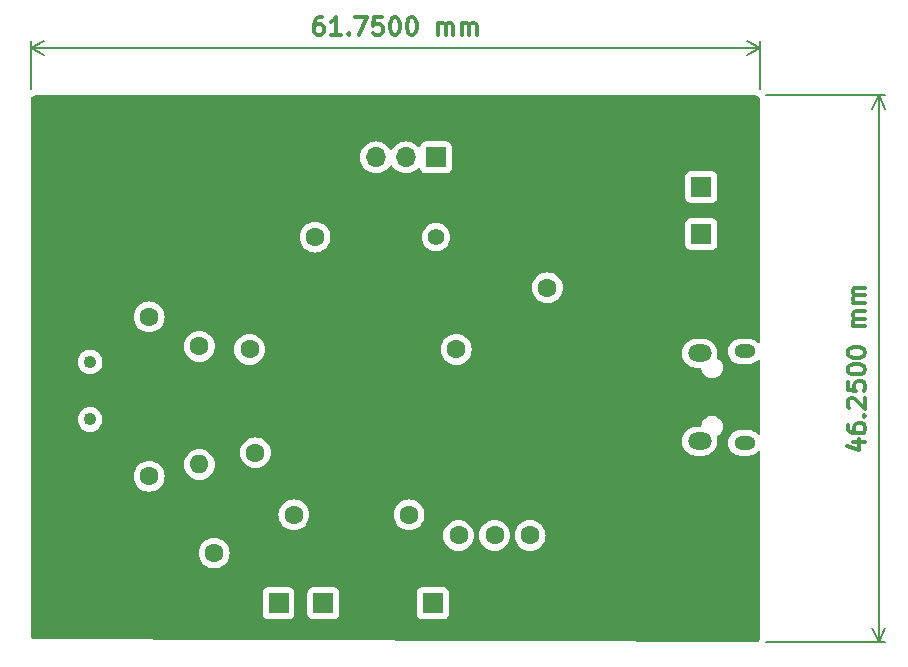
<source format=gbr>
%TF.GenerationSoftware,KiCad,Pcbnew,8.0.5*%
%TF.CreationDate,2024-10-18T14:20:25+07:00*%
%TF.ProjectId,stm32la_pcb,73746d33-326c-4615-9f70-63622e6b6963,rev?*%
%TF.SameCoordinates,Original*%
%TF.FileFunction,Copper,L2,Bot*%
%TF.FilePolarity,Positive*%
%FSLAX46Y46*%
G04 Gerber Fmt 4.6, Leading zero omitted, Abs format (unit mm)*
G04 Created by KiCad (PCBNEW 8.0.5) date 2024-10-18 14:20:25*
%MOMM*%
%LPD*%
G01*
G04 APERTURE LIST*
%ADD10C,0.300000*%
%TA.AperFunction,NonConductor*%
%ADD11C,0.300000*%
%TD*%
%TA.AperFunction,NonConductor*%
%ADD12C,0.200000*%
%TD*%
%TA.AperFunction,ComponentPad*%
%ADD13R,1.700000X1.700000*%
%TD*%
%TA.AperFunction,ComponentPad*%
%ADD14C,1.600000*%
%TD*%
%TA.AperFunction,ComponentPad*%
%ADD15O,1.600000X1.600000*%
%TD*%
%TA.AperFunction,ComponentPad*%
%ADD16O,1.700000X1.700000*%
%TD*%
%TA.AperFunction,ComponentPad*%
%ADD17C,1.080000*%
%TD*%
%TA.AperFunction,ComponentPad*%
%ADD18C,1.400000*%
%TD*%
%TA.AperFunction,ComponentPad*%
%ADD19O,1.400000X1.400000*%
%TD*%
%TA.AperFunction,ComponentPad*%
%ADD20O,1.800000X1.150000*%
%TD*%
%TA.AperFunction,ComponentPad*%
%ADD21O,2.000000X1.450000*%
%TD*%
G04 APERTURE END LIST*
D10*
D11*
X93910716Y-45878328D02*
X93625001Y-45878328D01*
X93625001Y-45878328D02*
X93482144Y-45949757D01*
X93482144Y-45949757D02*
X93410716Y-46021185D01*
X93410716Y-46021185D02*
X93267858Y-46235471D01*
X93267858Y-46235471D02*
X93196430Y-46521185D01*
X93196430Y-46521185D02*
X93196430Y-47092614D01*
X93196430Y-47092614D02*
X93267858Y-47235471D01*
X93267858Y-47235471D02*
X93339287Y-47306900D01*
X93339287Y-47306900D02*
X93482144Y-47378328D01*
X93482144Y-47378328D02*
X93767858Y-47378328D01*
X93767858Y-47378328D02*
X93910716Y-47306900D01*
X93910716Y-47306900D02*
X93982144Y-47235471D01*
X93982144Y-47235471D02*
X94053573Y-47092614D01*
X94053573Y-47092614D02*
X94053573Y-46735471D01*
X94053573Y-46735471D02*
X93982144Y-46592614D01*
X93982144Y-46592614D02*
X93910716Y-46521185D01*
X93910716Y-46521185D02*
X93767858Y-46449757D01*
X93767858Y-46449757D02*
X93482144Y-46449757D01*
X93482144Y-46449757D02*
X93339287Y-46521185D01*
X93339287Y-46521185D02*
X93267858Y-46592614D01*
X93267858Y-46592614D02*
X93196430Y-46735471D01*
X95482144Y-47378328D02*
X94625001Y-47378328D01*
X95053572Y-47378328D02*
X95053572Y-45878328D01*
X95053572Y-45878328D02*
X94910715Y-46092614D01*
X94910715Y-46092614D02*
X94767858Y-46235471D01*
X94767858Y-46235471D02*
X94625001Y-46306900D01*
X96125000Y-47235471D02*
X96196429Y-47306900D01*
X96196429Y-47306900D02*
X96125000Y-47378328D01*
X96125000Y-47378328D02*
X96053572Y-47306900D01*
X96053572Y-47306900D02*
X96125000Y-47235471D01*
X96125000Y-47235471D02*
X96125000Y-47378328D01*
X96696429Y-45878328D02*
X97696429Y-45878328D01*
X97696429Y-45878328D02*
X97053572Y-47378328D01*
X98982143Y-45878328D02*
X98267857Y-45878328D01*
X98267857Y-45878328D02*
X98196429Y-46592614D01*
X98196429Y-46592614D02*
X98267857Y-46521185D01*
X98267857Y-46521185D02*
X98410715Y-46449757D01*
X98410715Y-46449757D02*
X98767857Y-46449757D01*
X98767857Y-46449757D02*
X98910715Y-46521185D01*
X98910715Y-46521185D02*
X98982143Y-46592614D01*
X98982143Y-46592614D02*
X99053572Y-46735471D01*
X99053572Y-46735471D02*
X99053572Y-47092614D01*
X99053572Y-47092614D02*
X98982143Y-47235471D01*
X98982143Y-47235471D02*
X98910715Y-47306900D01*
X98910715Y-47306900D02*
X98767857Y-47378328D01*
X98767857Y-47378328D02*
X98410715Y-47378328D01*
X98410715Y-47378328D02*
X98267857Y-47306900D01*
X98267857Y-47306900D02*
X98196429Y-47235471D01*
X99982143Y-45878328D02*
X100125000Y-45878328D01*
X100125000Y-45878328D02*
X100267857Y-45949757D01*
X100267857Y-45949757D02*
X100339286Y-46021185D01*
X100339286Y-46021185D02*
X100410714Y-46164042D01*
X100410714Y-46164042D02*
X100482143Y-46449757D01*
X100482143Y-46449757D02*
X100482143Y-46806900D01*
X100482143Y-46806900D02*
X100410714Y-47092614D01*
X100410714Y-47092614D02*
X100339286Y-47235471D01*
X100339286Y-47235471D02*
X100267857Y-47306900D01*
X100267857Y-47306900D02*
X100125000Y-47378328D01*
X100125000Y-47378328D02*
X99982143Y-47378328D01*
X99982143Y-47378328D02*
X99839286Y-47306900D01*
X99839286Y-47306900D02*
X99767857Y-47235471D01*
X99767857Y-47235471D02*
X99696428Y-47092614D01*
X99696428Y-47092614D02*
X99625000Y-46806900D01*
X99625000Y-46806900D02*
X99625000Y-46449757D01*
X99625000Y-46449757D02*
X99696428Y-46164042D01*
X99696428Y-46164042D02*
X99767857Y-46021185D01*
X99767857Y-46021185D02*
X99839286Y-45949757D01*
X99839286Y-45949757D02*
X99982143Y-45878328D01*
X101410714Y-45878328D02*
X101553571Y-45878328D01*
X101553571Y-45878328D02*
X101696428Y-45949757D01*
X101696428Y-45949757D02*
X101767857Y-46021185D01*
X101767857Y-46021185D02*
X101839285Y-46164042D01*
X101839285Y-46164042D02*
X101910714Y-46449757D01*
X101910714Y-46449757D02*
X101910714Y-46806900D01*
X101910714Y-46806900D02*
X101839285Y-47092614D01*
X101839285Y-47092614D02*
X101767857Y-47235471D01*
X101767857Y-47235471D02*
X101696428Y-47306900D01*
X101696428Y-47306900D02*
X101553571Y-47378328D01*
X101553571Y-47378328D02*
X101410714Y-47378328D01*
X101410714Y-47378328D02*
X101267857Y-47306900D01*
X101267857Y-47306900D02*
X101196428Y-47235471D01*
X101196428Y-47235471D02*
X101124999Y-47092614D01*
X101124999Y-47092614D02*
X101053571Y-46806900D01*
X101053571Y-46806900D02*
X101053571Y-46449757D01*
X101053571Y-46449757D02*
X101124999Y-46164042D01*
X101124999Y-46164042D02*
X101196428Y-46021185D01*
X101196428Y-46021185D02*
X101267857Y-45949757D01*
X101267857Y-45949757D02*
X101410714Y-45878328D01*
X103696427Y-47378328D02*
X103696427Y-46378328D01*
X103696427Y-46521185D02*
X103767856Y-46449757D01*
X103767856Y-46449757D02*
X103910713Y-46378328D01*
X103910713Y-46378328D02*
X104124999Y-46378328D01*
X104124999Y-46378328D02*
X104267856Y-46449757D01*
X104267856Y-46449757D02*
X104339285Y-46592614D01*
X104339285Y-46592614D02*
X104339285Y-47378328D01*
X104339285Y-46592614D02*
X104410713Y-46449757D01*
X104410713Y-46449757D02*
X104553570Y-46378328D01*
X104553570Y-46378328D02*
X104767856Y-46378328D01*
X104767856Y-46378328D02*
X104910713Y-46449757D01*
X104910713Y-46449757D02*
X104982142Y-46592614D01*
X104982142Y-46592614D02*
X104982142Y-47378328D01*
X105696427Y-47378328D02*
X105696427Y-46378328D01*
X105696427Y-46521185D02*
X105767856Y-46449757D01*
X105767856Y-46449757D02*
X105910713Y-46378328D01*
X105910713Y-46378328D02*
X106124999Y-46378328D01*
X106124999Y-46378328D02*
X106267856Y-46449757D01*
X106267856Y-46449757D02*
X106339285Y-46592614D01*
X106339285Y-46592614D02*
X106339285Y-47378328D01*
X106339285Y-46592614D02*
X106410713Y-46449757D01*
X106410713Y-46449757D02*
X106553570Y-46378328D01*
X106553570Y-46378328D02*
X106767856Y-46378328D01*
X106767856Y-46378328D02*
X106910713Y-46449757D01*
X106910713Y-46449757D02*
X106982142Y-46592614D01*
X106982142Y-46592614D02*
X106982142Y-47378328D01*
D12*
X69250000Y-52000000D02*
X69250000Y-47913580D01*
X131000000Y-52000000D02*
X131000000Y-47913580D01*
X69250000Y-48500000D02*
X131000000Y-48500000D01*
X69250000Y-48500000D02*
X131000000Y-48500000D01*
X69250000Y-48500000D02*
X70376504Y-47913579D01*
X69250000Y-48500000D02*
X70376504Y-49086421D01*
X131000000Y-48500000D02*
X129873496Y-49086421D01*
X131000000Y-48500000D02*
X129873496Y-47913579D01*
D10*
D11*
X138878328Y-81839284D02*
X139878328Y-81839284D01*
X138306900Y-82196426D02*
X139378328Y-82553569D01*
X139378328Y-82553569D02*
X139378328Y-81624998D01*
X138378328Y-80410713D02*
X138378328Y-80696427D01*
X138378328Y-80696427D02*
X138449757Y-80839284D01*
X138449757Y-80839284D02*
X138521185Y-80910713D01*
X138521185Y-80910713D02*
X138735471Y-81053570D01*
X138735471Y-81053570D02*
X139021185Y-81124998D01*
X139021185Y-81124998D02*
X139592614Y-81124998D01*
X139592614Y-81124998D02*
X139735471Y-81053570D01*
X139735471Y-81053570D02*
X139806900Y-80982141D01*
X139806900Y-80982141D02*
X139878328Y-80839284D01*
X139878328Y-80839284D02*
X139878328Y-80553570D01*
X139878328Y-80553570D02*
X139806900Y-80410713D01*
X139806900Y-80410713D02*
X139735471Y-80339284D01*
X139735471Y-80339284D02*
X139592614Y-80267855D01*
X139592614Y-80267855D02*
X139235471Y-80267855D01*
X139235471Y-80267855D02*
X139092614Y-80339284D01*
X139092614Y-80339284D02*
X139021185Y-80410713D01*
X139021185Y-80410713D02*
X138949757Y-80553570D01*
X138949757Y-80553570D02*
X138949757Y-80839284D01*
X138949757Y-80839284D02*
X139021185Y-80982141D01*
X139021185Y-80982141D02*
X139092614Y-81053570D01*
X139092614Y-81053570D02*
X139235471Y-81124998D01*
X139735471Y-79624999D02*
X139806900Y-79553570D01*
X139806900Y-79553570D02*
X139878328Y-79624999D01*
X139878328Y-79624999D02*
X139806900Y-79696427D01*
X139806900Y-79696427D02*
X139735471Y-79624999D01*
X139735471Y-79624999D02*
X139878328Y-79624999D01*
X138521185Y-78982141D02*
X138449757Y-78910713D01*
X138449757Y-78910713D02*
X138378328Y-78767856D01*
X138378328Y-78767856D02*
X138378328Y-78410713D01*
X138378328Y-78410713D02*
X138449757Y-78267856D01*
X138449757Y-78267856D02*
X138521185Y-78196427D01*
X138521185Y-78196427D02*
X138664042Y-78124998D01*
X138664042Y-78124998D02*
X138806900Y-78124998D01*
X138806900Y-78124998D02*
X139021185Y-78196427D01*
X139021185Y-78196427D02*
X139878328Y-79053570D01*
X139878328Y-79053570D02*
X139878328Y-78124998D01*
X138378328Y-76767856D02*
X138378328Y-77482142D01*
X138378328Y-77482142D02*
X139092614Y-77553570D01*
X139092614Y-77553570D02*
X139021185Y-77482142D01*
X139021185Y-77482142D02*
X138949757Y-77339285D01*
X138949757Y-77339285D02*
X138949757Y-76982142D01*
X138949757Y-76982142D02*
X139021185Y-76839285D01*
X139021185Y-76839285D02*
X139092614Y-76767856D01*
X139092614Y-76767856D02*
X139235471Y-76696427D01*
X139235471Y-76696427D02*
X139592614Y-76696427D01*
X139592614Y-76696427D02*
X139735471Y-76767856D01*
X139735471Y-76767856D02*
X139806900Y-76839285D01*
X139806900Y-76839285D02*
X139878328Y-76982142D01*
X139878328Y-76982142D02*
X139878328Y-77339285D01*
X139878328Y-77339285D02*
X139806900Y-77482142D01*
X139806900Y-77482142D02*
X139735471Y-77553570D01*
X138378328Y-75767856D02*
X138378328Y-75624999D01*
X138378328Y-75624999D02*
X138449757Y-75482142D01*
X138449757Y-75482142D02*
X138521185Y-75410714D01*
X138521185Y-75410714D02*
X138664042Y-75339285D01*
X138664042Y-75339285D02*
X138949757Y-75267856D01*
X138949757Y-75267856D02*
X139306900Y-75267856D01*
X139306900Y-75267856D02*
X139592614Y-75339285D01*
X139592614Y-75339285D02*
X139735471Y-75410714D01*
X139735471Y-75410714D02*
X139806900Y-75482142D01*
X139806900Y-75482142D02*
X139878328Y-75624999D01*
X139878328Y-75624999D02*
X139878328Y-75767856D01*
X139878328Y-75767856D02*
X139806900Y-75910714D01*
X139806900Y-75910714D02*
X139735471Y-75982142D01*
X139735471Y-75982142D02*
X139592614Y-76053571D01*
X139592614Y-76053571D02*
X139306900Y-76124999D01*
X139306900Y-76124999D02*
X138949757Y-76124999D01*
X138949757Y-76124999D02*
X138664042Y-76053571D01*
X138664042Y-76053571D02*
X138521185Y-75982142D01*
X138521185Y-75982142D02*
X138449757Y-75910714D01*
X138449757Y-75910714D02*
X138378328Y-75767856D01*
X138378328Y-74339285D02*
X138378328Y-74196428D01*
X138378328Y-74196428D02*
X138449757Y-74053571D01*
X138449757Y-74053571D02*
X138521185Y-73982143D01*
X138521185Y-73982143D02*
X138664042Y-73910714D01*
X138664042Y-73910714D02*
X138949757Y-73839285D01*
X138949757Y-73839285D02*
X139306900Y-73839285D01*
X139306900Y-73839285D02*
X139592614Y-73910714D01*
X139592614Y-73910714D02*
X139735471Y-73982143D01*
X139735471Y-73982143D02*
X139806900Y-74053571D01*
X139806900Y-74053571D02*
X139878328Y-74196428D01*
X139878328Y-74196428D02*
X139878328Y-74339285D01*
X139878328Y-74339285D02*
X139806900Y-74482143D01*
X139806900Y-74482143D02*
X139735471Y-74553571D01*
X139735471Y-74553571D02*
X139592614Y-74625000D01*
X139592614Y-74625000D02*
X139306900Y-74696428D01*
X139306900Y-74696428D02*
X138949757Y-74696428D01*
X138949757Y-74696428D02*
X138664042Y-74625000D01*
X138664042Y-74625000D02*
X138521185Y-74553571D01*
X138521185Y-74553571D02*
X138449757Y-74482143D01*
X138449757Y-74482143D02*
X138378328Y-74339285D01*
X139878328Y-72053572D02*
X138878328Y-72053572D01*
X139021185Y-72053572D02*
X138949757Y-71982143D01*
X138949757Y-71982143D02*
X138878328Y-71839286D01*
X138878328Y-71839286D02*
X138878328Y-71625000D01*
X138878328Y-71625000D02*
X138949757Y-71482143D01*
X138949757Y-71482143D02*
X139092614Y-71410715D01*
X139092614Y-71410715D02*
X139878328Y-71410715D01*
X139092614Y-71410715D02*
X138949757Y-71339286D01*
X138949757Y-71339286D02*
X138878328Y-71196429D01*
X138878328Y-71196429D02*
X138878328Y-70982143D01*
X138878328Y-70982143D02*
X138949757Y-70839286D01*
X138949757Y-70839286D02*
X139092614Y-70767857D01*
X139092614Y-70767857D02*
X139878328Y-70767857D01*
X139878328Y-70053572D02*
X138878328Y-70053572D01*
X139021185Y-70053572D02*
X138949757Y-69982143D01*
X138949757Y-69982143D02*
X138878328Y-69839286D01*
X138878328Y-69839286D02*
X138878328Y-69625000D01*
X138878328Y-69625000D02*
X138949757Y-69482143D01*
X138949757Y-69482143D02*
X139092614Y-69410715D01*
X139092614Y-69410715D02*
X139878328Y-69410715D01*
X139092614Y-69410715D02*
X138949757Y-69339286D01*
X138949757Y-69339286D02*
X138878328Y-69196429D01*
X138878328Y-69196429D02*
X138878328Y-68982143D01*
X138878328Y-68982143D02*
X138949757Y-68839286D01*
X138949757Y-68839286D02*
X139092614Y-68767857D01*
X139092614Y-68767857D02*
X139878328Y-68767857D01*
D12*
X131500000Y-52500000D02*
X141586420Y-52500000D01*
X131500000Y-98750000D02*
X141586420Y-98750000D01*
X141000000Y-52500000D02*
X141000000Y-98750000D01*
X141000000Y-52500000D02*
X141000000Y-98750000D01*
X141000000Y-52500000D02*
X141586421Y-53626504D01*
X141000000Y-52500000D02*
X140413579Y-53626504D01*
X141000000Y-98750000D02*
X140413579Y-97623496D01*
X141000000Y-98750000D02*
X141586421Y-97623496D01*
D13*
%TO.P,TX,1,Pin_1*%
%TO.N,/USART1_TX*%
X126000000Y-64250000D03*
%TD*%
D14*
%TO.P,C1,1*%
%TO.N,VBUS*%
X112965000Y-68785000D03*
%TO.P,C1,2*%
%TO.N,GND*%
X112965000Y-71285000D03*
%TD*%
%TO.P,FB1,1*%
%TO.N,+3.3V*%
X83500000Y-73750000D03*
D15*
%TO.P,FB1,2*%
%TO.N,+3.3VA*%
X83500000Y-83750000D03*
%TD*%
D14*
%TO.P,C9,1*%
%TO.N,+3.3VA*%
X91500000Y-88000000D03*
%TO.P,C9,2*%
%TO.N,GND*%
X94000000Y-88000000D03*
%TD*%
D13*
%TO.P,D1,1,Pin_1*%
%TO.N,/CH1*%
X90200000Y-95500000D03*
%TD*%
D14*
%TO.P,C4,1*%
%TO.N,+3.3V*%
X87750000Y-74000000D03*
%TO.P,C4,2*%
%TO.N,GND*%
X87750000Y-71500000D03*
%TD*%
%TO.P,C7,1*%
%TO.N,+3.3V*%
X105250000Y-74000000D03*
%TO.P,C7,2*%
%TO.N,GND*%
X105250000Y-71500000D03*
%TD*%
%TO.P,C3,1*%
%TO.N,+3.3V*%
X111500000Y-89750000D03*
%TO.P,C3,2*%
%TO.N,GND*%
X111500000Y-87250000D03*
%TD*%
D13*
%TO.P,SWD,1,Pin_1*%
%TO.N,+3.3V*%
X103540000Y-57750000D03*
D16*
%TO.P,SWD,2,Pin_2*%
%TO.N,/SWCLK*%
X101000000Y-57750000D03*
%TO.P,SWD,3,Pin_3*%
%TO.N,/SWDIO*%
X98460000Y-57750000D03*
%TO.P,SWD,4,Pin_4*%
%TO.N,GND*%
X95920000Y-57750000D03*
%TD*%
D13*
%TO.P,D2,1,Pin_1*%
%TO.N,/CH2*%
X94000000Y-95500000D03*
%TD*%
D14*
%TO.P,C6,1*%
%TO.N,+3.3V*%
X101250000Y-88000000D03*
%TO.P,C6,2*%
%TO.N,GND*%
X98750000Y-88000000D03*
%TD*%
D17*
%TO.P,Y1,1,1*%
%TO.N,/HSE_IN*%
X74250000Y-75060000D03*
%TO.P,Y1,2,2*%
%TO.N,/HSE_OUT*%
X74250000Y-79940000D03*
%TD*%
D14*
%TO.P,C12,1*%
%TO.N,/HSE_IN*%
X79250000Y-71250000D03*
%TO.P,C12,2*%
%TO.N,GND*%
X79250000Y-73750000D03*
%TD*%
D13*
%TO.P,RX,1,Pin_1*%
%TO.N,/USART1_RX*%
X126000000Y-60250000D03*
%TD*%
%TO.P,A1,1,Pin_1*%
%TO.N,/A_IN*%
X103250000Y-95500000D03*
%TD*%
D14*
%TO.P,C13,1*%
%TO.N,/HSE_OUT*%
X79250000Y-84750000D03*
%TO.P,C13,2*%
%TO.N,GND*%
X79250000Y-82250000D03*
%TD*%
D18*
%TO.P,R2,1*%
%TO.N,/BOOT0*%
X103540000Y-64500000D03*
D19*
%TO.P,R2,2*%
%TO.N,GND*%
X98460000Y-64500000D03*
%TD*%
D14*
%TO.P,C5,1*%
%TO.N,+3.3V*%
X93290000Y-64500000D03*
%TO.P,C5,2*%
%TO.N,GND*%
X95790000Y-64500000D03*
%TD*%
%TO.P,C8,1*%
%TO.N,+3.3VA*%
X84750000Y-91250000D03*
%TO.P,C8,2*%
%TO.N,GND*%
X87250000Y-91250000D03*
%TD*%
%TO.P,C10,1*%
%TO.N,+3.3V*%
X105445000Y-89755000D03*
%TO.P,C10,2*%
%TO.N,GND*%
X105445000Y-87255000D03*
%TD*%
D20*
%TO.P,USB,6,Shield*%
%TO.N,unconnected-(J7-Shield-Pad6)_2*%
X129655000Y-81920000D03*
D21*
%TO.N,unconnected-(J7-Shield-Pad6)_1*%
X125855000Y-81770000D03*
%TO.N,unconnected-(J7-Shield-Pad6)*%
X125855000Y-74320000D03*
D20*
%TO.N,unconnected-(J7-Shield-Pad6)_3*%
X129655000Y-74170000D03*
%TD*%
D14*
%TO.P,C11,1*%
%TO.N,/NRST*%
X88250000Y-82750000D03*
%TO.P,C11,2*%
%TO.N,GND*%
X88250000Y-85250000D03*
%TD*%
%TO.P,C2,1*%
%TO.N,+3.3V*%
X108500000Y-89750000D03*
%TO.P,C2,2*%
%TO.N,GND*%
X108500000Y-87250000D03*
%TD*%
%TA.AperFunction,Conductor*%
%TO.N,GND*%
G36*
X130693799Y-52516612D02*
G01*
X130768216Y-52559577D01*
X130834880Y-52577439D01*
X130894538Y-52613802D01*
X130922559Y-52665118D01*
X130940421Y-52731779D01*
X130940424Y-52731786D01*
X130983387Y-52806200D01*
X131000000Y-52868200D01*
X131000000Y-73369651D01*
X130980315Y-73436690D01*
X130927511Y-73482445D01*
X130858353Y-73492389D01*
X130794797Y-73463364D01*
X130788319Y-73457332D01*
X130680639Y-73349652D01*
X130680634Y-73349648D01*
X130543688Y-73250152D01*
X130543687Y-73250151D01*
X130543685Y-73250150D01*
X130496582Y-73226150D01*
X130392853Y-73173296D01*
X130231847Y-73120981D01*
X130064649Y-73094500D01*
X130064644Y-73094500D01*
X129245356Y-73094500D01*
X129245351Y-73094500D01*
X129078152Y-73120981D01*
X128917146Y-73173296D01*
X128766311Y-73250152D01*
X128629365Y-73349648D01*
X128629360Y-73349652D01*
X128509652Y-73469360D01*
X128509648Y-73469365D01*
X128410152Y-73606311D01*
X128333296Y-73757146D01*
X128280981Y-73918152D01*
X128254500Y-74085350D01*
X128254500Y-74254649D01*
X128280981Y-74421847D01*
X128333296Y-74582853D01*
X128410152Y-74733688D01*
X128509648Y-74870634D01*
X128509652Y-74870639D01*
X128629360Y-74990347D01*
X128629365Y-74990351D01*
X128691691Y-75035633D01*
X128766315Y-75089850D01*
X128862425Y-75138820D01*
X128917146Y-75166703D01*
X128917148Y-75166703D01*
X128917151Y-75166705D01*
X129003450Y-75194745D01*
X129078152Y-75219018D01*
X129245351Y-75245500D01*
X129245356Y-75245500D01*
X130064649Y-75245500D01*
X130231847Y-75219018D01*
X130392849Y-75166705D01*
X130543685Y-75089850D01*
X130680641Y-74990346D01*
X130788319Y-74882668D01*
X130849642Y-74849183D01*
X130919334Y-74854167D01*
X130975267Y-74896039D01*
X130999684Y-74961503D01*
X131000000Y-74970349D01*
X131000000Y-81119651D01*
X130980315Y-81186690D01*
X130927511Y-81232445D01*
X130858353Y-81242389D01*
X130794797Y-81213364D01*
X130788319Y-81207332D01*
X130680639Y-81099652D01*
X130680634Y-81099648D01*
X130543688Y-81000152D01*
X130543687Y-81000151D01*
X130543685Y-81000150D01*
X130475573Y-80965445D01*
X130392853Y-80923296D01*
X130231847Y-80870981D01*
X130064649Y-80844500D01*
X130064644Y-80844500D01*
X129245356Y-80844500D01*
X129245351Y-80844500D01*
X129078152Y-80870981D01*
X128917146Y-80923296D01*
X128766311Y-81000152D01*
X128629365Y-81099648D01*
X128629360Y-81099652D01*
X128509652Y-81219360D01*
X128509648Y-81219365D01*
X128410152Y-81356311D01*
X128333296Y-81507146D01*
X128280981Y-81668152D01*
X128254500Y-81835350D01*
X128254500Y-82004649D01*
X128280981Y-82171847D01*
X128333296Y-82332853D01*
X128373778Y-82412302D01*
X128400306Y-82464366D01*
X128410152Y-82483688D01*
X128509648Y-82620634D01*
X128509652Y-82620639D01*
X128629360Y-82740347D01*
X128629365Y-82740351D01*
X128736434Y-82818140D01*
X128766315Y-82839850D01*
X128862425Y-82888820D01*
X128917146Y-82916703D01*
X128917148Y-82916703D01*
X128917151Y-82916705D01*
X129003450Y-82944745D01*
X129078152Y-82969018D01*
X129245351Y-82995500D01*
X129245356Y-82995500D01*
X130064649Y-82995500D01*
X130231847Y-82969018D01*
X130243216Y-82965324D01*
X130392849Y-82916705D01*
X130543685Y-82839850D01*
X130680641Y-82740346D01*
X130788319Y-82632668D01*
X130849642Y-82599183D01*
X130919334Y-82604167D01*
X130975267Y-82646039D01*
X130999684Y-82711503D01*
X131000000Y-82720349D01*
X131000000Y-98381798D01*
X130983388Y-98443797D01*
X130940423Y-98518215D01*
X130903178Y-98657215D01*
X130866812Y-98716875D01*
X130803965Y-98747404D01*
X130782901Y-98749120D01*
X69373498Y-98500499D01*
X69306539Y-98480543D01*
X69260998Y-98427554D01*
X69250000Y-98376500D01*
X69250000Y-94602135D01*
X88849500Y-94602135D01*
X88849500Y-96397870D01*
X88849501Y-96397876D01*
X88855908Y-96457483D01*
X88906202Y-96592328D01*
X88906206Y-96592335D01*
X88992452Y-96707544D01*
X88992455Y-96707547D01*
X89107664Y-96793793D01*
X89107671Y-96793797D01*
X89242517Y-96844091D01*
X89242516Y-96844091D01*
X89249444Y-96844835D01*
X89302127Y-96850500D01*
X91097872Y-96850499D01*
X91157483Y-96844091D01*
X91292331Y-96793796D01*
X91407546Y-96707546D01*
X91493796Y-96592331D01*
X91544091Y-96457483D01*
X91550500Y-96397873D01*
X91550499Y-94602135D01*
X92649500Y-94602135D01*
X92649500Y-96397870D01*
X92649501Y-96397876D01*
X92655908Y-96457483D01*
X92706202Y-96592328D01*
X92706206Y-96592335D01*
X92792452Y-96707544D01*
X92792455Y-96707547D01*
X92907664Y-96793793D01*
X92907671Y-96793797D01*
X93042517Y-96844091D01*
X93042516Y-96844091D01*
X93049444Y-96844835D01*
X93102127Y-96850500D01*
X94897872Y-96850499D01*
X94957483Y-96844091D01*
X95092331Y-96793796D01*
X95207546Y-96707546D01*
X95293796Y-96592331D01*
X95344091Y-96457483D01*
X95350500Y-96397873D01*
X95350499Y-94602135D01*
X101899500Y-94602135D01*
X101899500Y-96397870D01*
X101899501Y-96397876D01*
X101905908Y-96457483D01*
X101956202Y-96592328D01*
X101956206Y-96592335D01*
X102042452Y-96707544D01*
X102042455Y-96707547D01*
X102157664Y-96793793D01*
X102157671Y-96793797D01*
X102292517Y-96844091D01*
X102292516Y-96844091D01*
X102299444Y-96844835D01*
X102352127Y-96850500D01*
X104147872Y-96850499D01*
X104207483Y-96844091D01*
X104342331Y-96793796D01*
X104457546Y-96707546D01*
X104543796Y-96592331D01*
X104594091Y-96457483D01*
X104600500Y-96397873D01*
X104600499Y-94602128D01*
X104594091Y-94542517D01*
X104543796Y-94407669D01*
X104543795Y-94407668D01*
X104543793Y-94407664D01*
X104457547Y-94292455D01*
X104457544Y-94292452D01*
X104342335Y-94206206D01*
X104342328Y-94206202D01*
X104207482Y-94155908D01*
X104207483Y-94155908D01*
X104147883Y-94149501D01*
X104147881Y-94149500D01*
X104147873Y-94149500D01*
X104147864Y-94149500D01*
X102352129Y-94149500D01*
X102352123Y-94149501D01*
X102292516Y-94155908D01*
X102157671Y-94206202D01*
X102157664Y-94206206D01*
X102042455Y-94292452D01*
X102042452Y-94292455D01*
X101956206Y-94407664D01*
X101956202Y-94407671D01*
X101905908Y-94542517D01*
X101899501Y-94602116D01*
X101899501Y-94602123D01*
X101899500Y-94602135D01*
X95350499Y-94602135D01*
X95350499Y-94602128D01*
X95344091Y-94542517D01*
X95293796Y-94407669D01*
X95293795Y-94407668D01*
X95293793Y-94407664D01*
X95207547Y-94292455D01*
X95207544Y-94292452D01*
X95092335Y-94206206D01*
X95092328Y-94206202D01*
X94957482Y-94155908D01*
X94957483Y-94155908D01*
X94897883Y-94149501D01*
X94897881Y-94149500D01*
X94897873Y-94149500D01*
X94897864Y-94149500D01*
X93102129Y-94149500D01*
X93102123Y-94149501D01*
X93042516Y-94155908D01*
X92907671Y-94206202D01*
X92907664Y-94206206D01*
X92792455Y-94292452D01*
X92792452Y-94292455D01*
X92706206Y-94407664D01*
X92706202Y-94407671D01*
X92655908Y-94542517D01*
X92649501Y-94602116D01*
X92649501Y-94602123D01*
X92649500Y-94602135D01*
X91550499Y-94602135D01*
X91550499Y-94602128D01*
X91544091Y-94542517D01*
X91493796Y-94407669D01*
X91493795Y-94407668D01*
X91493793Y-94407664D01*
X91407547Y-94292455D01*
X91407544Y-94292452D01*
X91292335Y-94206206D01*
X91292328Y-94206202D01*
X91157482Y-94155908D01*
X91157483Y-94155908D01*
X91097883Y-94149501D01*
X91097881Y-94149500D01*
X91097873Y-94149500D01*
X91097864Y-94149500D01*
X89302129Y-94149500D01*
X89302123Y-94149501D01*
X89242516Y-94155908D01*
X89107671Y-94206202D01*
X89107664Y-94206206D01*
X88992455Y-94292452D01*
X88992452Y-94292455D01*
X88906206Y-94407664D01*
X88906202Y-94407671D01*
X88855908Y-94542517D01*
X88849501Y-94602116D01*
X88849501Y-94602123D01*
X88849500Y-94602135D01*
X69250000Y-94602135D01*
X69250000Y-91249998D01*
X83444532Y-91249998D01*
X83444532Y-91250001D01*
X83464364Y-91476686D01*
X83464366Y-91476697D01*
X83523258Y-91696488D01*
X83523261Y-91696497D01*
X83619431Y-91902732D01*
X83619432Y-91902734D01*
X83749954Y-92089141D01*
X83910858Y-92250045D01*
X83910861Y-92250047D01*
X84097266Y-92380568D01*
X84303504Y-92476739D01*
X84523308Y-92535635D01*
X84685230Y-92549801D01*
X84749998Y-92555468D01*
X84750000Y-92555468D01*
X84750002Y-92555468D01*
X84806673Y-92550509D01*
X84976692Y-92535635D01*
X85196496Y-92476739D01*
X85402734Y-92380568D01*
X85589139Y-92250047D01*
X85750047Y-92089139D01*
X85880568Y-91902734D01*
X85976739Y-91696496D01*
X86035635Y-91476692D01*
X86055468Y-91250000D01*
X86035635Y-91023308D01*
X85976739Y-90803504D01*
X85880568Y-90597266D01*
X85750047Y-90410861D01*
X85750045Y-90410858D01*
X85589141Y-90249954D01*
X85402734Y-90119432D01*
X85402732Y-90119431D01*
X85196497Y-90023261D01*
X85196488Y-90023258D01*
X84976697Y-89964366D01*
X84976693Y-89964365D01*
X84976692Y-89964365D01*
X84976691Y-89964364D01*
X84976686Y-89964364D01*
X84750002Y-89944532D01*
X84749998Y-89944532D01*
X84523313Y-89964364D01*
X84523302Y-89964366D01*
X84303511Y-90023258D01*
X84303502Y-90023261D01*
X84097267Y-90119431D01*
X84097265Y-90119432D01*
X83910858Y-90249954D01*
X83749954Y-90410858D01*
X83619432Y-90597265D01*
X83619431Y-90597267D01*
X83523261Y-90803502D01*
X83523258Y-90803511D01*
X83464366Y-91023302D01*
X83464364Y-91023313D01*
X83444532Y-91249998D01*
X69250000Y-91249998D01*
X69250000Y-89754998D01*
X104139532Y-89754998D01*
X104139532Y-89755001D01*
X104159364Y-89981686D01*
X104159366Y-89981697D01*
X104218258Y-90201488D01*
X104218261Y-90201497D01*
X104314431Y-90407732D01*
X104314432Y-90407734D01*
X104444954Y-90594141D01*
X104605858Y-90755045D01*
X104605861Y-90755047D01*
X104792266Y-90885568D01*
X104998504Y-90981739D01*
X105218308Y-91040635D01*
X105380230Y-91054801D01*
X105444998Y-91060468D01*
X105445000Y-91060468D01*
X105445002Y-91060468D01*
X105502150Y-91055468D01*
X105671692Y-91040635D01*
X105891496Y-90981739D01*
X106097734Y-90885568D01*
X106284139Y-90755047D01*
X106445047Y-90594139D01*
X106575568Y-90407734D01*
X106671739Y-90201496D01*
X106730635Y-89981692D01*
X106750468Y-89755000D01*
X106750030Y-89749998D01*
X107194532Y-89749998D01*
X107194532Y-89750001D01*
X107214364Y-89976686D01*
X107214366Y-89976697D01*
X107273258Y-90196488D01*
X107273261Y-90196497D01*
X107369431Y-90402732D01*
X107369432Y-90402734D01*
X107499954Y-90589141D01*
X107660858Y-90750045D01*
X107660861Y-90750047D01*
X107847266Y-90880568D01*
X108053504Y-90976739D01*
X108053509Y-90976740D01*
X108053511Y-90976741D01*
X108072164Y-90981739D01*
X108273308Y-91035635D01*
X108435230Y-91049801D01*
X108499998Y-91055468D01*
X108500000Y-91055468D01*
X108500002Y-91055468D01*
X108556673Y-91050509D01*
X108726692Y-91035635D01*
X108946496Y-90976739D01*
X109152734Y-90880568D01*
X109339139Y-90750047D01*
X109500047Y-90589139D01*
X109630568Y-90402734D01*
X109726739Y-90196496D01*
X109785635Y-89976692D01*
X109802634Y-89782384D01*
X109805468Y-89750001D01*
X109805468Y-89749998D01*
X110194532Y-89749998D01*
X110194532Y-89750001D01*
X110214364Y-89976686D01*
X110214366Y-89976697D01*
X110273258Y-90196488D01*
X110273261Y-90196497D01*
X110369431Y-90402732D01*
X110369432Y-90402734D01*
X110499954Y-90589141D01*
X110660858Y-90750045D01*
X110660861Y-90750047D01*
X110847266Y-90880568D01*
X111053504Y-90976739D01*
X111053509Y-90976740D01*
X111053511Y-90976741D01*
X111072164Y-90981739D01*
X111273308Y-91035635D01*
X111435230Y-91049801D01*
X111499998Y-91055468D01*
X111500000Y-91055468D01*
X111500002Y-91055468D01*
X111556673Y-91050509D01*
X111726692Y-91035635D01*
X111946496Y-90976739D01*
X112152734Y-90880568D01*
X112339139Y-90750047D01*
X112500047Y-90589139D01*
X112630568Y-90402734D01*
X112726739Y-90196496D01*
X112785635Y-89976692D01*
X112802634Y-89782384D01*
X112805468Y-89750001D01*
X112805468Y-89749998D01*
X112799801Y-89685230D01*
X112785635Y-89523308D01*
X112726739Y-89303504D01*
X112630568Y-89097266D01*
X112500047Y-88910861D01*
X112500045Y-88910858D01*
X112339141Y-88749954D01*
X112152734Y-88619432D01*
X112152732Y-88619431D01*
X111946497Y-88523261D01*
X111946488Y-88523258D01*
X111726697Y-88464366D01*
X111726693Y-88464365D01*
X111726692Y-88464365D01*
X111726691Y-88464364D01*
X111726686Y-88464364D01*
X111500002Y-88444532D01*
X111499998Y-88444532D01*
X111273313Y-88464364D01*
X111273302Y-88464366D01*
X111053511Y-88523258D01*
X111053502Y-88523261D01*
X110847267Y-88619431D01*
X110847265Y-88619432D01*
X110660858Y-88749954D01*
X110499954Y-88910858D01*
X110369432Y-89097265D01*
X110369431Y-89097267D01*
X110273261Y-89303502D01*
X110273258Y-89303511D01*
X110214366Y-89523302D01*
X110214364Y-89523313D01*
X110194532Y-89749998D01*
X109805468Y-89749998D01*
X109799801Y-89685230D01*
X109785635Y-89523308D01*
X109726739Y-89303504D01*
X109630568Y-89097266D01*
X109500047Y-88910861D01*
X109500045Y-88910858D01*
X109339141Y-88749954D01*
X109152734Y-88619432D01*
X109152732Y-88619431D01*
X108946497Y-88523261D01*
X108946488Y-88523258D01*
X108726697Y-88464366D01*
X108726693Y-88464365D01*
X108726692Y-88464365D01*
X108726691Y-88464364D01*
X108726686Y-88464364D01*
X108500002Y-88444532D01*
X108499998Y-88444532D01*
X108273313Y-88464364D01*
X108273302Y-88464366D01*
X108053511Y-88523258D01*
X108053502Y-88523261D01*
X107847267Y-88619431D01*
X107847265Y-88619432D01*
X107660858Y-88749954D01*
X107499954Y-88910858D01*
X107369432Y-89097265D01*
X107369431Y-89097267D01*
X107273261Y-89303502D01*
X107273258Y-89303511D01*
X107214366Y-89523302D01*
X107214364Y-89523313D01*
X107194532Y-89749998D01*
X106750030Y-89749998D01*
X106730635Y-89528313D01*
X106730635Y-89528308D01*
X106671739Y-89308504D01*
X106575568Y-89102266D01*
X106445047Y-88915861D01*
X106445045Y-88915858D01*
X106284141Y-88754954D01*
X106097734Y-88624432D01*
X106097732Y-88624431D01*
X105891497Y-88528261D01*
X105891488Y-88528258D01*
X105671697Y-88469366D01*
X105671693Y-88469365D01*
X105671692Y-88469365D01*
X105671691Y-88469364D01*
X105671686Y-88469364D01*
X105445002Y-88449532D01*
X105444998Y-88449532D01*
X105218313Y-88469364D01*
X105218302Y-88469366D01*
X104998511Y-88528258D01*
X104998502Y-88528261D01*
X104792267Y-88624431D01*
X104792265Y-88624432D01*
X104605858Y-88754954D01*
X104444954Y-88915858D01*
X104314432Y-89102265D01*
X104314431Y-89102267D01*
X104218261Y-89308502D01*
X104218258Y-89308511D01*
X104159366Y-89528302D01*
X104159364Y-89528313D01*
X104139532Y-89754998D01*
X69250000Y-89754998D01*
X69250000Y-87999998D01*
X90194532Y-87999998D01*
X90194532Y-88000001D01*
X90214364Y-88226686D01*
X90214366Y-88226697D01*
X90273258Y-88446488D01*
X90273261Y-88446497D01*
X90369431Y-88652732D01*
X90369432Y-88652734D01*
X90499954Y-88839141D01*
X90660858Y-89000045D01*
X90660861Y-89000047D01*
X90847266Y-89130568D01*
X91053504Y-89226739D01*
X91273308Y-89285635D01*
X91435230Y-89299801D01*
X91499998Y-89305468D01*
X91500000Y-89305468D01*
X91500002Y-89305468D01*
X91556673Y-89300509D01*
X91726692Y-89285635D01*
X91946496Y-89226739D01*
X92152734Y-89130568D01*
X92339139Y-89000047D01*
X92500047Y-88839139D01*
X92630568Y-88652734D01*
X92726739Y-88446496D01*
X92785635Y-88226692D01*
X92805468Y-88000000D01*
X92805468Y-87999998D01*
X99944532Y-87999998D01*
X99944532Y-88000001D01*
X99964364Y-88226686D01*
X99964366Y-88226697D01*
X100023258Y-88446488D01*
X100023261Y-88446497D01*
X100119431Y-88652732D01*
X100119432Y-88652734D01*
X100249954Y-88839141D01*
X100410858Y-89000045D01*
X100410861Y-89000047D01*
X100597266Y-89130568D01*
X100803504Y-89226739D01*
X101023308Y-89285635D01*
X101185230Y-89299801D01*
X101249998Y-89305468D01*
X101250000Y-89305468D01*
X101250002Y-89305468D01*
X101306673Y-89300509D01*
X101476692Y-89285635D01*
X101696496Y-89226739D01*
X101902734Y-89130568D01*
X102089139Y-89000047D01*
X102250047Y-88839139D01*
X102380568Y-88652734D01*
X102476739Y-88446496D01*
X102535635Y-88226692D01*
X102555468Y-88000000D01*
X102535635Y-87773308D01*
X102476739Y-87553504D01*
X102380568Y-87347266D01*
X102250047Y-87160861D01*
X102250045Y-87160858D01*
X102089141Y-86999954D01*
X101902734Y-86869432D01*
X101902732Y-86869431D01*
X101696497Y-86773261D01*
X101696488Y-86773258D01*
X101476697Y-86714366D01*
X101476693Y-86714365D01*
X101476692Y-86714365D01*
X101476691Y-86714364D01*
X101476686Y-86714364D01*
X101250002Y-86694532D01*
X101249998Y-86694532D01*
X101023313Y-86714364D01*
X101023302Y-86714366D01*
X100803511Y-86773258D01*
X100803502Y-86773261D01*
X100597267Y-86869431D01*
X100597265Y-86869432D01*
X100410858Y-86999954D01*
X100249954Y-87160858D01*
X100119432Y-87347265D01*
X100119431Y-87347267D01*
X100023261Y-87553502D01*
X100023258Y-87553511D01*
X99964366Y-87773302D01*
X99964364Y-87773313D01*
X99944532Y-87999998D01*
X92805468Y-87999998D01*
X92785635Y-87773308D01*
X92726739Y-87553504D01*
X92630568Y-87347266D01*
X92500047Y-87160861D01*
X92500045Y-87160858D01*
X92339141Y-86999954D01*
X92152734Y-86869432D01*
X92152732Y-86869431D01*
X91946497Y-86773261D01*
X91946488Y-86773258D01*
X91726697Y-86714366D01*
X91726693Y-86714365D01*
X91726692Y-86714365D01*
X91726691Y-86714364D01*
X91726686Y-86714364D01*
X91500002Y-86694532D01*
X91499998Y-86694532D01*
X91273313Y-86714364D01*
X91273302Y-86714366D01*
X91053511Y-86773258D01*
X91053502Y-86773261D01*
X90847267Y-86869431D01*
X90847265Y-86869432D01*
X90660858Y-86999954D01*
X90499954Y-87160858D01*
X90369432Y-87347265D01*
X90369431Y-87347267D01*
X90273261Y-87553502D01*
X90273258Y-87553511D01*
X90214366Y-87773302D01*
X90214364Y-87773313D01*
X90194532Y-87999998D01*
X69250000Y-87999998D01*
X69250000Y-84749998D01*
X77944532Y-84749998D01*
X77944532Y-84750001D01*
X77964364Y-84976686D01*
X77964366Y-84976697D01*
X78023258Y-85196488D01*
X78023261Y-85196497D01*
X78119431Y-85402732D01*
X78119432Y-85402734D01*
X78249954Y-85589141D01*
X78410858Y-85750045D01*
X78410861Y-85750047D01*
X78597266Y-85880568D01*
X78803504Y-85976739D01*
X79023308Y-86035635D01*
X79185230Y-86049801D01*
X79249998Y-86055468D01*
X79250000Y-86055468D01*
X79250002Y-86055468D01*
X79306673Y-86050509D01*
X79476692Y-86035635D01*
X79696496Y-85976739D01*
X79902734Y-85880568D01*
X80089139Y-85750047D01*
X80250047Y-85589139D01*
X80380568Y-85402734D01*
X80476739Y-85196496D01*
X80535635Y-84976692D01*
X80555468Y-84750000D01*
X80535635Y-84523308D01*
X80476739Y-84303504D01*
X80380568Y-84097266D01*
X80250047Y-83910861D01*
X80250045Y-83910858D01*
X80089185Y-83749998D01*
X82194532Y-83749998D01*
X82194532Y-83750001D01*
X82214364Y-83976686D01*
X82214366Y-83976697D01*
X82273258Y-84196488D01*
X82273261Y-84196497D01*
X82369431Y-84402732D01*
X82369432Y-84402734D01*
X82499954Y-84589141D01*
X82660858Y-84750045D01*
X82660861Y-84750047D01*
X82847266Y-84880568D01*
X83053504Y-84976739D01*
X83273308Y-85035635D01*
X83435230Y-85049801D01*
X83499998Y-85055468D01*
X83500000Y-85055468D01*
X83500002Y-85055468D01*
X83556673Y-85050509D01*
X83726692Y-85035635D01*
X83946496Y-84976739D01*
X84152734Y-84880568D01*
X84339139Y-84750047D01*
X84500047Y-84589139D01*
X84630568Y-84402734D01*
X84726739Y-84196496D01*
X84785635Y-83976692D01*
X84805468Y-83750000D01*
X84785635Y-83523308D01*
X84726739Y-83303504D01*
X84630568Y-83097266D01*
X84500047Y-82910861D01*
X84500045Y-82910858D01*
X84339185Y-82749998D01*
X86944532Y-82749998D01*
X86944532Y-82750001D01*
X86964364Y-82976686D01*
X86964366Y-82976697D01*
X87023258Y-83196488D01*
X87023261Y-83196497D01*
X87119431Y-83402732D01*
X87119432Y-83402734D01*
X87249954Y-83589141D01*
X87410858Y-83750045D01*
X87410861Y-83750047D01*
X87597266Y-83880568D01*
X87803504Y-83976739D01*
X88023308Y-84035635D01*
X88185230Y-84049801D01*
X88249998Y-84055468D01*
X88250000Y-84055468D01*
X88250002Y-84055468D01*
X88306673Y-84050509D01*
X88476692Y-84035635D01*
X88696496Y-83976739D01*
X88902734Y-83880568D01*
X89089139Y-83750047D01*
X89250047Y-83589139D01*
X89380568Y-83402734D01*
X89476739Y-83196496D01*
X89535635Y-82976692D01*
X89555468Y-82750000D01*
X89554623Y-82740347D01*
X89549801Y-82685230D01*
X89535635Y-82523308D01*
X89476739Y-82303504D01*
X89380568Y-82097266D01*
X89250047Y-81910861D01*
X89250045Y-81910858D01*
X89089141Y-81749954D01*
X88980025Y-81673551D01*
X124354500Y-81673551D01*
X124354500Y-81866448D01*
X124384675Y-82056969D01*
X124384676Y-82056972D01*
X124444285Y-82240429D01*
X124531859Y-82412302D01*
X124645241Y-82568359D01*
X124781641Y-82704759D01*
X124937698Y-82818141D01*
X125109571Y-82905715D01*
X125293028Y-82965324D01*
X125483551Y-82995500D01*
X125483552Y-82995500D01*
X126226448Y-82995500D01*
X126226449Y-82995500D01*
X126416972Y-82965324D01*
X126600429Y-82905715D01*
X126772302Y-82818141D01*
X126928359Y-82704759D01*
X127064759Y-82568359D01*
X127178141Y-82412302D01*
X127265715Y-82240429D01*
X127325324Y-82056972D01*
X127355500Y-81866449D01*
X127355500Y-81673551D01*
X127325324Y-81483028D01*
X127318902Y-81463266D01*
X127316908Y-81393428D01*
X127352988Y-81333595D01*
X127363941Y-81324637D01*
X127510871Y-81217888D01*
X127637533Y-81077216D01*
X127732179Y-80913284D01*
X127790674Y-80733256D01*
X127810460Y-80545000D01*
X127790674Y-80356744D01*
X127732179Y-80176716D01*
X127637533Y-80012784D01*
X127510871Y-79872112D01*
X127510870Y-79872111D01*
X127357734Y-79760851D01*
X127357729Y-79760848D01*
X127184807Y-79683857D01*
X127184802Y-79683855D01*
X127039001Y-79652865D01*
X126999646Y-79644500D01*
X126810354Y-79644500D01*
X126777897Y-79651398D01*
X126625197Y-79683855D01*
X126625192Y-79683857D01*
X126452270Y-79760848D01*
X126452265Y-79760851D01*
X126299129Y-79872111D01*
X126172466Y-80012785D01*
X126077821Y-80176715D01*
X126077818Y-80176722D01*
X126019325Y-80356745D01*
X126011263Y-80433461D01*
X125984679Y-80498075D01*
X125927382Y-80538061D01*
X125887942Y-80544500D01*
X125483551Y-80544500D01*
X125447697Y-80550178D01*
X125293030Y-80574675D01*
X125109568Y-80634286D01*
X124937697Y-80721859D01*
X124848661Y-80786547D01*
X124781641Y-80835241D01*
X124781639Y-80835243D01*
X124781638Y-80835243D01*
X124645243Y-80971638D01*
X124645243Y-80971639D01*
X124645241Y-80971641D01*
X124624528Y-81000150D01*
X124531859Y-81127697D01*
X124444286Y-81299568D01*
X124384675Y-81483030D01*
X124354500Y-81673551D01*
X88980025Y-81673551D01*
X88902734Y-81619432D01*
X88902732Y-81619431D01*
X88696497Y-81523261D01*
X88696488Y-81523258D01*
X88476697Y-81464366D01*
X88476693Y-81464365D01*
X88476692Y-81464365D01*
X88476691Y-81464364D01*
X88476686Y-81464364D01*
X88250002Y-81444532D01*
X88249998Y-81444532D01*
X88023313Y-81464364D01*
X88023302Y-81464366D01*
X87803511Y-81523258D01*
X87803502Y-81523261D01*
X87597267Y-81619431D01*
X87597265Y-81619432D01*
X87410858Y-81749954D01*
X87249954Y-81910858D01*
X87119432Y-82097265D01*
X87119431Y-82097267D01*
X87023261Y-82303502D01*
X87023258Y-82303511D01*
X86964366Y-82523302D01*
X86964364Y-82523313D01*
X86944532Y-82749998D01*
X84339185Y-82749998D01*
X84339141Y-82749954D01*
X84152734Y-82619432D01*
X84152732Y-82619431D01*
X83946497Y-82523261D01*
X83946488Y-82523258D01*
X83726697Y-82464366D01*
X83726693Y-82464365D01*
X83726692Y-82464365D01*
X83726691Y-82464364D01*
X83726686Y-82464364D01*
X83500002Y-82444532D01*
X83499998Y-82444532D01*
X83273313Y-82464364D01*
X83273302Y-82464366D01*
X83053511Y-82523258D01*
X83053502Y-82523261D01*
X82847267Y-82619431D01*
X82847265Y-82619432D01*
X82660858Y-82749954D01*
X82499954Y-82910858D01*
X82369432Y-83097265D01*
X82369431Y-83097267D01*
X82273261Y-83303502D01*
X82273258Y-83303511D01*
X82214366Y-83523302D01*
X82214364Y-83523313D01*
X82194532Y-83749998D01*
X80089185Y-83749998D01*
X80089141Y-83749954D01*
X79902734Y-83619432D01*
X79902732Y-83619431D01*
X79696497Y-83523261D01*
X79696488Y-83523258D01*
X79476697Y-83464366D01*
X79476693Y-83464365D01*
X79476692Y-83464365D01*
X79476691Y-83464364D01*
X79476686Y-83464364D01*
X79250002Y-83444532D01*
X79249998Y-83444532D01*
X79023313Y-83464364D01*
X79023302Y-83464366D01*
X78803511Y-83523258D01*
X78803502Y-83523261D01*
X78597267Y-83619431D01*
X78597265Y-83619432D01*
X78410858Y-83749954D01*
X78249954Y-83910858D01*
X78119432Y-84097265D01*
X78119431Y-84097267D01*
X78023261Y-84303502D01*
X78023258Y-84303511D01*
X77964366Y-84523302D01*
X77964364Y-84523313D01*
X77944532Y-84749998D01*
X69250000Y-84749998D01*
X69250000Y-79940000D01*
X73204465Y-79940000D01*
X73224554Y-80143972D01*
X73284053Y-80340113D01*
X73380667Y-80520866D01*
X73380669Y-80520869D01*
X73510694Y-80679305D01*
X73669130Y-80809330D01*
X73669133Y-80809332D01*
X73849886Y-80905946D01*
X73849888Y-80905946D01*
X73849891Y-80905948D01*
X74046026Y-80965445D01*
X74250000Y-80985535D01*
X74453974Y-80965445D01*
X74650109Y-80905948D01*
X74830868Y-80809331D01*
X74989305Y-80679305D01*
X75119331Y-80520868D01*
X75207056Y-80356745D01*
X75215946Y-80340113D01*
X75215946Y-80340112D01*
X75215948Y-80340109D01*
X75275445Y-80143974D01*
X75295535Y-79940000D01*
X75275445Y-79736026D01*
X75215948Y-79539891D01*
X75215946Y-79539888D01*
X75215946Y-79539886D01*
X75119332Y-79359133D01*
X75119330Y-79359130D01*
X74989305Y-79200694D01*
X74830869Y-79070669D01*
X74830866Y-79070667D01*
X74650113Y-78974053D01*
X74453972Y-78914554D01*
X74250000Y-78894465D01*
X74046027Y-78914554D01*
X73849886Y-78974053D01*
X73669133Y-79070667D01*
X73669130Y-79070669D01*
X73510694Y-79200694D01*
X73380669Y-79359130D01*
X73380667Y-79359133D01*
X73284053Y-79539886D01*
X73224554Y-79736027D01*
X73204465Y-79940000D01*
X69250000Y-79940000D01*
X69250000Y-75060000D01*
X73204465Y-75060000D01*
X73224554Y-75263972D01*
X73284053Y-75460113D01*
X73380667Y-75640866D01*
X73380669Y-75640869D01*
X73510694Y-75799305D01*
X73669130Y-75929330D01*
X73669133Y-75929332D01*
X73849886Y-76025946D01*
X73849888Y-76025946D01*
X73849891Y-76025948D01*
X74046026Y-76085445D01*
X74250000Y-76105535D01*
X74453974Y-76085445D01*
X74650109Y-76025948D01*
X74830868Y-75929331D01*
X74989305Y-75799305D01*
X75119331Y-75640868D01*
X75215948Y-75460109D01*
X75275445Y-75263974D01*
X75295535Y-75060000D01*
X75275445Y-74856026D01*
X75215948Y-74659891D01*
X75215946Y-74659888D01*
X75215946Y-74659886D01*
X75119332Y-74479133D01*
X75119330Y-74479130D01*
X74989305Y-74320694D01*
X74830869Y-74190669D01*
X74830866Y-74190667D01*
X74650113Y-74094053D01*
X74453972Y-74034554D01*
X74250000Y-74014465D01*
X74046027Y-74034554D01*
X73849886Y-74094053D01*
X73669133Y-74190667D01*
X73669130Y-74190669D01*
X73510694Y-74320694D01*
X73380669Y-74479130D01*
X73380667Y-74479133D01*
X73284053Y-74659886D01*
X73224554Y-74856027D01*
X73204465Y-75060000D01*
X69250000Y-75060000D01*
X69250000Y-73749998D01*
X82194532Y-73749998D01*
X82194532Y-73750001D01*
X82214364Y-73976686D01*
X82214366Y-73976697D01*
X82273258Y-74196488D01*
X82273261Y-74196497D01*
X82369431Y-74402732D01*
X82369432Y-74402734D01*
X82499954Y-74589141D01*
X82660858Y-74750045D01*
X82660861Y-74750047D01*
X82847266Y-74880568D01*
X83053504Y-74976739D01*
X83273308Y-75035635D01*
X83435230Y-75049801D01*
X83499998Y-75055468D01*
X83500000Y-75055468D01*
X83500002Y-75055468D01*
X83556673Y-75050509D01*
X83726692Y-75035635D01*
X83946496Y-74976739D01*
X84152734Y-74880568D01*
X84339139Y-74750047D01*
X84500047Y-74589139D01*
X84630568Y-74402734D01*
X84726739Y-74196496D01*
X84779390Y-73999998D01*
X86444532Y-73999998D01*
X86444532Y-74000001D01*
X86464364Y-74226686D01*
X86464366Y-74226697D01*
X86523258Y-74446488D01*
X86523261Y-74446497D01*
X86619431Y-74652732D01*
X86619432Y-74652734D01*
X86749954Y-74839141D01*
X86910858Y-75000045D01*
X86910861Y-75000047D01*
X87097266Y-75130568D01*
X87303504Y-75226739D01*
X87523308Y-75285635D01*
X87685230Y-75299801D01*
X87749998Y-75305468D01*
X87750000Y-75305468D01*
X87750002Y-75305468D01*
X87806673Y-75300509D01*
X87976692Y-75285635D01*
X88196496Y-75226739D01*
X88402734Y-75130568D01*
X88589139Y-75000047D01*
X88750047Y-74839139D01*
X88880568Y-74652734D01*
X88976739Y-74446496D01*
X89035635Y-74226692D01*
X89052634Y-74032384D01*
X89055468Y-74000001D01*
X89055468Y-73999998D01*
X103944532Y-73999998D01*
X103944532Y-74000001D01*
X103964364Y-74226686D01*
X103964366Y-74226697D01*
X104023258Y-74446488D01*
X104023261Y-74446497D01*
X104119431Y-74652732D01*
X104119432Y-74652734D01*
X104249954Y-74839141D01*
X104410858Y-75000045D01*
X104410861Y-75000047D01*
X104597266Y-75130568D01*
X104803504Y-75226739D01*
X105023308Y-75285635D01*
X105185230Y-75299801D01*
X105249998Y-75305468D01*
X105250000Y-75305468D01*
X105250002Y-75305468D01*
X105306673Y-75300509D01*
X105476692Y-75285635D01*
X105696496Y-75226739D01*
X105902734Y-75130568D01*
X106089139Y-75000047D01*
X106250047Y-74839139D01*
X106380568Y-74652734D01*
X106476739Y-74446496D01*
X106535635Y-74226692D01*
X106535910Y-74223551D01*
X124354500Y-74223551D01*
X124354500Y-74416448D01*
X124384675Y-74606969D01*
X124384676Y-74606972D01*
X124444285Y-74790429D01*
X124531859Y-74962302D01*
X124645241Y-75118359D01*
X124781641Y-75254759D01*
X124937698Y-75368141D01*
X125109571Y-75455715D01*
X125293028Y-75515324D01*
X125483551Y-75545500D01*
X125887942Y-75545500D01*
X125954981Y-75565185D01*
X126000736Y-75617989D01*
X126011263Y-75656539D01*
X126019325Y-75733254D01*
X126077818Y-75913277D01*
X126077821Y-75913284D01*
X126172467Y-76077216D01*
X126197965Y-76105534D01*
X126299129Y-76217888D01*
X126452265Y-76329148D01*
X126452270Y-76329151D01*
X126625192Y-76406142D01*
X126625197Y-76406144D01*
X126810354Y-76445500D01*
X126810355Y-76445500D01*
X126999644Y-76445500D01*
X126999646Y-76445500D01*
X127184803Y-76406144D01*
X127357730Y-76329151D01*
X127510871Y-76217888D01*
X127637533Y-76077216D01*
X127732179Y-75913284D01*
X127790674Y-75733256D01*
X127810460Y-75545000D01*
X127790674Y-75356744D01*
X127732179Y-75176716D01*
X127637533Y-75012784D01*
X127510871Y-74872112D01*
X127510870Y-74872111D01*
X127363949Y-74765367D01*
X127321283Y-74710037D01*
X127315304Y-74640424D01*
X127318900Y-74626739D01*
X127325324Y-74606972D01*
X127355500Y-74416449D01*
X127355500Y-74223551D01*
X127325324Y-74033028D01*
X127265715Y-73849571D01*
X127178141Y-73677698D01*
X127064759Y-73521641D01*
X126928359Y-73385241D01*
X126772302Y-73271859D01*
X126600429Y-73184285D01*
X126416972Y-73124676D01*
X126416970Y-73124675D01*
X126416969Y-73124675D01*
X126270614Y-73101495D01*
X126226449Y-73094500D01*
X125483551Y-73094500D01*
X125466081Y-73097267D01*
X125293030Y-73124675D01*
X125109568Y-73184286D01*
X124937697Y-73271859D01*
X124848661Y-73336547D01*
X124781641Y-73385241D01*
X124781639Y-73385243D01*
X124781638Y-73385243D01*
X124645243Y-73521638D01*
X124645243Y-73521639D01*
X124645241Y-73521641D01*
X124622093Y-73553502D01*
X124531859Y-73677697D01*
X124444286Y-73849568D01*
X124384675Y-74033030D01*
X124354500Y-74223551D01*
X106535910Y-74223551D01*
X106552634Y-74032384D01*
X106555468Y-74000001D01*
X106555468Y-73999998D01*
X106535635Y-73773313D01*
X106535635Y-73773308D01*
X106476739Y-73553504D01*
X106380568Y-73347266D01*
X106250047Y-73160861D01*
X106250045Y-73160858D01*
X106089141Y-72999954D01*
X105902734Y-72869432D01*
X105902732Y-72869431D01*
X105696497Y-72773261D01*
X105696488Y-72773258D01*
X105476697Y-72714366D01*
X105476693Y-72714365D01*
X105476692Y-72714365D01*
X105476691Y-72714364D01*
X105476686Y-72714364D01*
X105250002Y-72694532D01*
X105249998Y-72694532D01*
X105023313Y-72714364D01*
X105023302Y-72714366D01*
X104803511Y-72773258D01*
X104803502Y-72773261D01*
X104597267Y-72869431D01*
X104597265Y-72869432D01*
X104410858Y-72999954D01*
X104249954Y-73160858D01*
X104119432Y-73347265D01*
X104119431Y-73347267D01*
X104023261Y-73553502D01*
X104023258Y-73553511D01*
X103964366Y-73773302D01*
X103964364Y-73773313D01*
X103944532Y-73999998D01*
X89055468Y-73999998D01*
X89035635Y-73773313D01*
X89035635Y-73773308D01*
X88976739Y-73553504D01*
X88880568Y-73347266D01*
X88750047Y-73160861D01*
X88750045Y-73160858D01*
X88589141Y-72999954D01*
X88402734Y-72869432D01*
X88402732Y-72869431D01*
X88196497Y-72773261D01*
X88196488Y-72773258D01*
X87976697Y-72714366D01*
X87976693Y-72714365D01*
X87976692Y-72714365D01*
X87976691Y-72714364D01*
X87976686Y-72714364D01*
X87750002Y-72694532D01*
X87749998Y-72694532D01*
X87523313Y-72714364D01*
X87523302Y-72714366D01*
X87303511Y-72773258D01*
X87303502Y-72773261D01*
X87097267Y-72869431D01*
X87097265Y-72869432D01*
X86910858Y-72999954D01*
X86749954Y-73160858D01*
X86619432Y-73347265D01*
X86619431Y-73347267D01*
X86523261Y-73553502D01*
X86523258Y-73553511D01*
X86464366Y-73773302D01*
X86464364Y-73773313D01*
X86444532Y-73999998D01*
X84779390Y-73999998D01*
X84785635Y-73976692D01*
X84805468Y-73750000D01*
X84785635Y-73523308D01*
X84726739Y-73303504D01*
X84630568Y-73097266D01*
X84500047Y-72910861D01*
X84500045Y-72910858D01*
X84339141Y-72749954D01*
X84152734Y-72619432D01*
X84152732Y-72619431D01*
X83946497Y-72523261D01*
X83946488Y-72523258D01*
X83726697Y-72464366D01*
X83726693Y-72464365D01*
X83726692Y-72464365D01*
X83726691Y-72464364D01*
X83726686Y-72464364D01*
X83500002Y-72444532D01*
X83499998Y-72444532D01*
X83273313Y-72464364D01*
X83273302Y-72464366D01*
X83053511Y-72523258D01*
X83053502Y-72523261D01*
X82847267Y-72619431D01*
X82847265Y-72619432D01*
X82660858Y-72749954D01*
X82499954Y-72910858D01*
X82369432Y-73097265D01*
X82369431Y-73097267D01*
X82273261Y-73303502D01*
X82273258Y-73303511D01*
X82214366Y-73523302D01*
X82214364Y-73523313D01*
X82194532Y-73749998D01*
X69250000Y-73749998D01*
X69250000Y-71249998D01*
X77944532Y-71249998D01*
X77944532Y-71250001D01*
X77964364Y-71476686D01*
X77964366Y-71476697D01*
X78023258Y-71696488D01*
X78023261Y-71696497D01*
X78119431Y-71902732D01*
X78119432Y-71902734D01*
X78249954Y-72089141D01*
X78410858Y-72250045D01*
X78410861Y-72250047D01*
X78597266Y-72380568D01*
X78803504Y-72476739D01*
X79023308Y-72535635D01*
X79185230Y-72549801D01*
X79249998Y-72555468D01*
X79250000Y-72555468D01*
X79250002Y-72555468D01*
X79306673Y-72550509D01*
X79476692Y-72535635D01*
X79696496Y-72476739D01*
X79902734Y-72380568D01*
X80089139Y-72250047D01*
X80250047Y-72089139D01*
X80380568Y-71902734D01*
X80476739Y-71696496D01*
X80535635Y-71476692D01*
X80555468Y-71250000D01*
X80535635Y-71023308D01*
X80476739Y-70803504D01*
X80380568Y-70597266D01*
X80250047Y-70410861D01*
X80250045Y-70410858D01*
X80089141Y-70249954D01*
X79902734Y-70119432D01*
X79902732Y-70119431D01*
X79696497Y-70023261D01*
X79696488Y-70023258D01*
X79476697Y-69964366D01*
X79476693Y-69964365D01*
X79476692Y-69964365D01*
X79476691Y-69964364D01*
X79476686Y-69964364D01*
X79250002Y-69944532D01*
X79249998Y-69944532D01*
X79023313Y-69964364D01*
X79023302Y-69964366D01*
X78803511Y-70023258D01*
X78803502Y-70023261D01*
X78597267Y-70119431D01*
X78597265Y-70119432D01*
X78410858Y-70249954D01*
X78249954Y-70410858D01*
X78119432Y-70597265D01*
X78119431Y-70597267D01*
X78023261Y-70803502D01*
X78023258Y-70803511D01*
X77964366Y-71023302D01*
X77964364Y-71023313D01*
X77944532Y-71249998D01*
X69250000Y-71249998D01*
X69250000Y-68784998D01*
X111659532Y-68784998D01*
X111659532Y-68785001D01*
X111679364Y-69011686D01*
X111679366Y-69011697D01*
X111738258Y-69231488D01*
X111738261Y-69231497D01*
X111834431Y-69437732D01*
X111834432Y-69437734D01*
X111964954Y-69624141D01*
X112125858Y-69785045D01*
X112125861Y-69785047D01*
X112312266Y-69915568D01*
X112518504Y-70011739D01*
X112738308Y-70070635D01*
X112900230Y-70084801D01*
X112964998Y-70090468D01*
X112965000Y-70090468D01*
X112965002Y-70090468D01*
X113021673Y-70085509D01*
X113191692Y-70070635D01*
X113411496Y-70011739D01*
X113617734Y-69915568D01*
X113804139Y-69785047D01*
X113965047Y-69624139D01*
X114095568Y-69437734D01*
X114191739Y-69231496D01*
X114250635Y-69011692D01*
X114270468Y-68785000D01*
X114250635Y-68558308D01*
X114191739Y-68338504D01*
X114095568Y-68132266D01*
X113965047Y-67945861D01*
X113965045Y-67945858D01*
X113804141Y-67784954D01*
X113617734Y-67654432D01*
X113617732Y-67654431D01*
X113411497Y-67558261D01*
X113411488Y-67558258D01*
X113191697Y-67499366D01*
X113191693Y-67499365D01*
X113191692Y-67499365D01*
X113191691Y-67499364D01*
X113191686Y-67499364D01*
X112965002Y-67479532D01*
X112964998Y-67479532D01*
X112738313Y-67499364D01*
X112738302Y-67499366D01*
X112518511Y-67558258D01*
X112518502Y-67558261D01*
X112312267Y-67654431D01*
X112312265Y-67654432D01*
X112125858Y-67784954D01*
X111964954Y-67945858D01*
X111834432Y-68132265D01*
X111834431Y-68132267D01*
X111738261Y-68338502D01*
X111738258Y-68338511D01*
X111679366Y-68558302D01*
X111679364Y-68558313D01*
X111659532Y-68784998D01*
X69250000Y-68784998D01*
X69250000Y-64499998D01*
X91984532Y-64499998D01*
X91984532Y-64500001D01*
X92004364Y-64726686D01*
X92004366Y-64726697D01*
X92063258Y-64946488D01*
X92063261Y-64946497D01*
X92159431Y-65152732D01*
X92159432Y-65152734D01*
X92289954Y-65339141D01*
X92450858Y-65500045D01*
X92450861Y-65500047D01*
X92637266Y-65630568D01*
X92843504Y-65726739D01*
X93063308Y-65785635D01*
X93225230Y-65799801D01*
X93289998Y-65805468D01*
X93290000Y-65805468D01*
X93290002Y-65805468D01*
X93346673Y-65800509D01*
X93516692Y-65785635D01*
X93736496Y-65726739D01*
X93942734Y-65630568D01*
X94129139Y-65500047D01*
X94290047Y-65339139D01*
X94420568Y-65152734D01*
X94516739Y-64946496D01*
X94575635Y-64726692D01*
X94595468Y-64500000D01*
X94595468Y-64499999D01*
X102334357Y-64499999D01*
X102334357Y-64500000D01*
X102354884Y-64721535D01*
X102354885Y-64721537D01*
X102415769Y-64935523D01*
X102415775Y-64935538D01*
X102514938Y-65134683D01*
X102514943Y-65134691D01*
X102649020Y-65312238D01*
X102813437Y-65462123D01*
X102813439Y-65462125D01*
X103002595Y-65579245D01*
X103002596Y-65579245D01*
X103002599Y-65579247D01*
X103210060Y-65659618D01*
X103428757Y-65700500D01*
X103428759Y-65700500D01*
X103651241Y-65700500D01*
X103651243Y-65700500D01*
X103869940Y-65659618D01*
X104077401Y-65579247D01*
X104266562Y-65462124D01*
X104430981Y-65312236D01*
X104565058Y-65134689D01*
X104664229Y-64935528D01*
X104725115Y-64721536D01*
X104745643Y-64500000D01*
X104725115Y-64278464D01*
X104664229Y-64064472D01*
X104664224Y-64064461D01*
X104565061Y-63865316D01*
X104565056Y-63865308D01*
X104430979Y-63687761D01*
X104266562Y-63537876D01*
X104266560Y-63537874D01*
X104077404Y-63420754D01*
X104077398Y-63420752D01*
X103900278Y-63352135D01*
X124649500Y-63352135D01*
X124649500Y-65147870D01*
X124649501Y-65147876D01*
X124655908Y-65207483D01*
X124706202Y-65342328D01*
X124706206Y-65342335D01*
X124792452Y-65457544D01*
X124792455Y-65457547D01*
X124907664Y-65543793D01*
X124907671Y-65543797D01*
X125042517Y-65594091D01*
X125042516Y-65594091D01*
X125049444Y-65594835D01*
X125102127Y-65600500D01*
X126897872Y-65600499D01*
X126957483Y-65594091D01*
X127092331Y-65543796D01*
X127207546Y-65457546D01*
X127293796Y-65342331D01*
X127344091Y-65207483D01*
X127350500Y-65147873D01*
X127350499Y-63352128D01*
X127344091Y-63292517D01*
X127314942Y-63214365D01*
X127293797Y-63157671D01*
X127293793Y-63157664D01*
X127207547Y-63042455D01*
X127207544Y-63042452D01*
X127092335Y-62956206D01*
X127092328Y-62956202D01*
X126957482Y-62905908D01*
X126957483Y-62905908D01*
X126897883Y-62899501D01*
X126897881Y-62899500D01*
X126897873Y-62899500D01*
X126897864Y-62899500D01*
X125102129Y-62899500D01*
X125102123Y-62899501D01*
X125042516Y-62905908D01*
X124907671Y-62956202D01*
X124907664Y-62956206D01*
X124792455Y-63042452D01*
X124792452Y-63042455D01*
X124706206Y-63157664D01*
X124706202Y-63157671D01*
X124655908Y-63292517D01*
X124649501Y-63352116D01*
X124649501Y-63352123D01*
X124649500Y-63352135D01*
X103900278Y-63352135D01*
X103869940Y-63340382D01*
X103651243Y-63299500D01*
X103428757Y-63299500D01*
X103210060Y-63340382D01*
X103078864Y-63391207D01*
X103002601Y-63420752D01*
X103002595Y-63420754D01*
X102813439Y-63537874D01*
X102813437Y-63537876D01*
X102649020Y-63687761D01*
X102514943Y-63865308D01*
X102514938Y-63865316D01*
X102415775Y-64064461D01*
X102415769Y-64064476D01*
X102354885Y-64278462D01*
X102354884Y-64278464D01*
X102334357Y-64499999D01*
X94595468Y-64499999D01*
X94575635Y-64273308D01*
X94516739Y-64053504D01*
X94420568Y-63847266D01*
X94290047Y-63660861D01*
X94290045Y-63660858D01*
X94129141Y-63499954D01*
X93942734Y-63369432D01*
X93942732Y-63369431D01*
X93736497Y-63273261D01*
X93736488Y-63273258D01*
X93516697Y-63214366D01*
X93516693Y-63214365D01*
X93516692Y-63214365D01*
X93516691Y-63214364D01*
X93516686Y-63214364D01*
X93290002Y-63194532D01*
X93289998Y-63194532D01*
X93063313Y-63214364D01*
X93063302Y-63214366D01*
X92843511Y-63273258D01*
X92843502Y-63273261D01*
X92637267Y-63369431D01*
X92637265Y-63369432D01*
X92450858Y-63499954D01*
X92289954Y-63660858D01*
X92159432Y-63847265D01*
X92159431Y-63847267D01*
X92063261Y-64053502D01*
X92063258Y-64053511D01*
X92004366Y-64273302D01*
X92004364Y-64273313D01*
X91984532Y-64499998D01*
X69250000Y-64499998D01*
X69250000Y-59352135D01*
X124649500Y-59352135D01*
X124649500Y-61147870D01*
X124649501Y-61147876D01*
X124655908Y-61207483D01*
X124706202Y-61342328D01*
X124706206Y-61342335D01*
X124792452Y-61457544D01*
X124792455Y-61457547D01*
X124907664Y-61543793D01*
X124907671Y-61543797D01*
X125042517Y-61594091D01*
X125042516Y-61594091D01*
X125049444Y-61594835D01*
X125102127Y-61600500D01*
X126897872Y-61600499D01*
X126957483Y-61594091D01*
X127092331Y-61543796D01*
X127207546Y-61457546D01*
X127293796Y-61342331D01*
X127344091Y-61207483D01*
X127350500Y-61147873D01*
X127350499Y-59352128D01*
X127344091Y-59292517D01*
X127293796Y-59157669D01*
X127293795Y-59157668D01*
X127293793Y-59157664D01*
X127207547Y-59042455D01*
X127207544Y-59042452D01*
X127092335Y-58956206D01*
X127092328Y-58956202D01*
X126957482Y-58905908D01*
X126957483Y-58905908D01*
X126897883Y-58899501D01*
X126897881Y-58899500D01*
X126897873Y-58899500D01*
X126897864Y-58899500D01*
X125102129Y-58899500D01*
X125102123Y-58899501D01*
X125042516Y-58905908D01*
X124907671Y-58956202D01*
X124907664Y-58956206D01*
X124792455Y-59042452D01*
X124792452Y-59042455D01*
X124706206Y-59157664D01*
X124706202Y-59157671D01*
X124655908Y-59292517D01*
X124649501Y-59352116D01*
X124649501Y-59352123D01*
X124649500Y-59352135D01*
X69250000Y-59352135D01*
X69250000Y-57749999D01*
X97104341Y-57749999D01*
X97104341Y-57750000D01*
X97124936Y-57985403D01*
X97124938Y-57985413D01*
X97186094Y-58213655D01*
X97186096Y-58213659D01*
X97186097Y-58213663D01*
X97190000Y-58222032D01*
X97285965Y-58427830D01*
X97285967Y-58427834D01*
X97394281Y-58582521D01*
X97421505Y-58621401D01*
X97588599Y-58788495D01*
X97685384Y-58856265D01*
X97782165Y-58924032D01*
X97782167Y-58924033D01*
X97782170Y-58924035D01*
X97996337Y-59023903D01*
X98224592Y-59085063D01*
X98401034Y-59100500D01*
X98459999Y-59105659D01*
X98460000Y-59105659D01*
X98460001Y-59105659D01*
X98518966Y-59100500D01*
X98695408Y-59085063D01*
X98923663Y-59023903D01*
X99137830Y-58924035D01*
X99331401Y-58788495D01*
X99498495Y-58621401D01*
X99628425Y-58435842D01*
X99683002Y-58392217D01*
X99752500Y-58385023D01*
X99814855Y-58416546D01*
X99831575Y-58435842D01*
X99961500Y-58621395D01*
X99961505Y-58621401D01*
X100128599Y-58788495D01*
X100225384Y-58856265D01*
X100322165Y-58924032D01*
X100322167Y-58924033D01*
X100322170Y-58924035D01*
X100536337Y-59023903D01*
X100764592Y-59085063D01*
X100941034Y-59100500D01*
X100999999Y-59105659D01*
X101000000Y-59105659D01*
X101000001Y-59105659D01*
X101058966Y-59100500D01*
X101235408Y-59085063D01*
X101463663Y-59023903D01*
X101677830Y-58924035D01*
X101871401Y-58788495D01*
X101993329Y-58666566D01*
X102054648Y-58633084D01*
X102124340Y-58638068D01*
X102180274Y-58679939D01*
X102197189Y-58710917D01*
X102246202Y-58842328D01*
X102246206Y-58842335D01*
X102332452Y-58957544D01*
X102332455Y-58957547D01*
X102447664Y-59043793D01*
X102447671Y-59043797D01*
X102582517Y-59094091D01*
X102582516Y-59094091D01*
X102589444Y-59094835D01*
X102642127Y-59100500D01*
X104437872Y-59100499D01*
X104497483Y-59094091D01*
X104632331Y-59043796D01*
X104747546Y-58957546D01*
X104833796Y-58842331D01*
X104884091Y-58707483D01*
X104890500Y-58647873D01*
X104890499Y-56852128D01*
X104884091Y-56792517D01*
X104882810Y-56789083D01*
X104833797Y-56657671D01*
X104833793Y-56657664D01*
X104747547Y-56542455D01*
X104747544Y-56542452D01*
X104632335Y-56456206D01*
X104632328Y-56456202D01*
X104497482Y-56405908D01*
X104497483Y-56405908D01*
X104437883Y-56399501D01*
X104437881Y-56399500D01*
X104437873Y-56399500D01*
X104437864Y-56399500D01*
X102642129Y-56399500D01*
X102642123Y-56399501D01*
X102582516Y-56405908D01*
X102447671Y-56456202D01*
X102447664Y-56456206D01*
X102332455Y-56542452D01*
X102332452Y-56542455D01*
X102246206Y-56657664D01*
X102246203Y-56657669D01*
X102197189Y-56789083D01*
X102155317Y-56845016D01*
X102089853Y-56869433D01*
X102021580Y-56854581D01*
X101993326Y-56833430D01*
X101871402Y-56711506D01*
X101871395Y-56711501D01*
X101677834Y-56575967D01*
X101677830Y-56575965D01*
X101677828Y-56575964D01*
X101463663Y-56476097D01*
X101463659Y-56476096D01*
X101463655Y-56476094D01*
X101235413Y-56414938D01*
X101235403Y-56414936D01*
X101000001Y-56394341D01*
X100999999Y-56394341D01*
X100764596Y-56414936D01*
X100764586Y-56414938D01*
X100536344Y-56476094D01*
X100536335Y-56476098D01*
X100322171Y-56575964D01*
X100322169Y-56575965D01*
X100128597Y-56711505D01*
X99961505Y-56878597D01*
X99831575Y-57064158D01*
X99776998Y-57107783D01*
X99707500Y-57114977D01*
X99645145Y-57083454D01*
X99628425Y-57064158D01*
X99498494Y-56878597D01*
X99331402Y-56711506D01*
X99331395Y-56711501D01*
X99137834Y-56575967D01*
X99137830Y-56575965D01*
X99137828Y-56575964D01*
X98923663Y-56476097D01*
X98923659Y-56476096D01*
X98923655Y-56476094D01*
X98695413Y-56414938D01*
X98695403Y-56414936D01*
X98460001Y-56394341D01*
X98459999Y-56394341D01*
X98224596Y-56414936D01*
X98224586Y-56414938D01*
X97996344Y-56476094D01*
X97996335Y-56476098D01*
X97782171Y-56575964D01*
X97782169Y-56575965D01*
X97588597Y-56711505D01*
X97421505Y-56878597D01*
X97285965Y-57072169D01*
X97285964Y-57072171D01*
X97186098Y-57286335D01*
X97186094Y-57286344D01*
X97124938Y-57514586D01*
X97124936Y-57514596D01*
X97104341Y-57749999D01*
X69250000Y-57749999D01*
X69250000Y-52716831D01*
X69269685Y-52649792D01*
X69322489Y-52604037D01*
X69341897Y-52597059D01*
X69481784Y-52559577D01*
X69556200Y-52516612D01*
X69618200Y-52500000D01*
X130631800Y-52500000D01*
X130693799Y-52516612D01*
G37*
%TD.AperFunction*%
%TD*%
M02*

</source>
